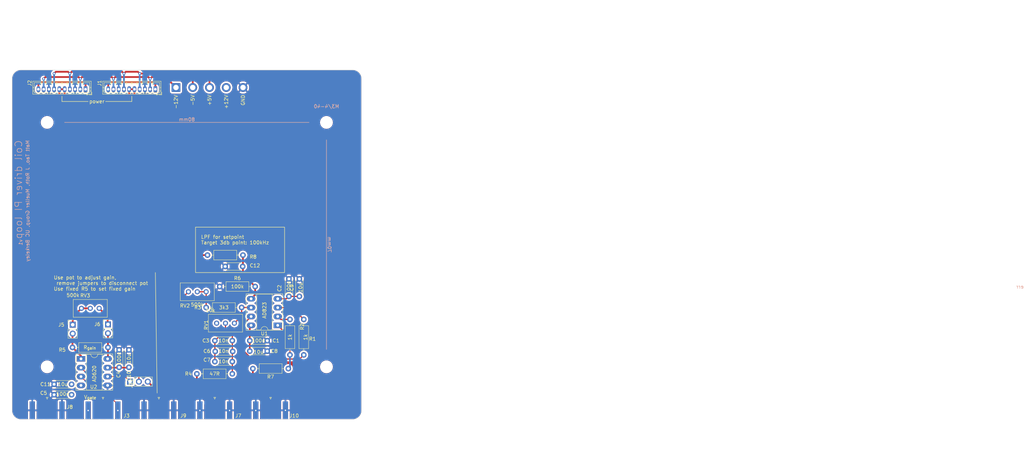
<source format=kicad_pcb>
(kicad_pcb (version 20240108) (generator "pcbnew") (generator_version "8.0")
  (layers (0 "F.Cu" signal) (1 "In1.Cu" signal) (2 "In2.Cu" signal) (31 "B.Cu" signal) (34 "B.Paste" user) (35 "F.Paste" user) (36 "B.SilkS" user "B.Silkscreen") (37 "F.SilkS" user "F.Silkscreen") (38 "B.Mask" user) (39 "F.Mask" user) (44 "Edge.Cuts" user))
  (net 0 "")
  (net 1 "GND")
  (net 2 "+5V")
  (net 3 "-5V")
  (net 4 "+12V")
  (net 5 "-12V")
  (net 6 "Net-(U1A-OUT)")
  (net 7 "Net-(C3-Pad1)")
  (net 8 "Net-(J7-In)")
  (net 9 "Net-(J10-In)")
  (net 10 "/on_board_in_loop_v")
  (net 11 "Net-(U1B--IN)")
  (net 12 "Net-(U1A--IN)")
  (net 14 "Net-(R3-Pad1)")
  (net 15 "Net-(J5-Pin_2)")
  (net 16 "Net-(J5-Pin_1)")
  (net 17 "Net-(J6-Pin_1)")
  (net 18 "Net-(J6-Pin_2)")
  (net 19 "PI input")
  (net 20 "Net-(J3-In)")
  (net 21 "Net-(J3-Ext)")
  (net 22 "Net-(U1A-+IN)")
  (net 23 "PI out")
  (net 24 "Net-(J11-Pin_3)")
  (net 25 "Net-(J8-In)")
  (net 26 "Net-(U1B-+IN)")
  (footprint "Capacitor_THT:C_Disc_D4.3mm_W1.9mm_P5.00mm" (layer "F.Cu") (at 117 142.98 180)
    (property "Reference" "C5" (at 8 0.48 360) (layer "F.SilkS"))
    (property "Value" "100n" (at 2.53 0.18 360) (layer "F.SilkS"))
    (pad "1" thru_hole circle (at 0 0 180) (size 1.6 1.6) (drill 0.8) (layers "*.Cu" "*.Mask") (net 5 "-12V"))
    (pad "2" thru_hole circle (at 5 0 180) (size 1.6 1.6) (drill 0.8) (layers "*.Cu" "*.Mask") (net 1 "GND"))
  )
  (footprint "Capacitor_THT:C_Disc_D4.3mm_W1.9mm_P5.00mm" (layer "F.Cu") (at 133.42 135.14 90)
    (property "Reference" "C10" (at -2.5 0 90) (layer "F.SilkS"))
    (property "Value" "10u" (at 2.5 0 90) (layer "F.SilkS"))
    (pad "1" thru_hole circle (at 0 0 90) (size 1.6 1.6) (drill 0.8) (layers "*.Cu" "*.Mask") (net 4 "+12V"))
    (pad "2" thru_hole circle (at 5 0 90) (size 1.6 1.6) (drill 0.8) (layers "*.Cu" "*.Mask") (net 1 "GND"))
  )
  (footprint "Connector_Coaxial:SMA_Amphenol_132289_EdgeMount" (layer "F.Cu") (at 110 147.45 -90)
    (property "Reference" "J8" (at -0.95 -6.5 0) (layer "F.SilkS"))
    (property "Value" "Alt out")
    (pad "1" smd rect (at 0 0) (size 1.5 5.08) (layers "F.Cu" "F.Paste" "F.Mask") (net 25 "Net-(J8-In)"))
    (pad "2" smd rect (at 0 -4.25) (size 1.5 5.08) (layers "F.Cu" "F.Paste" "F.Mask") (net 1 "GND"))
    (pad "2" smd rect (at 0 -4.25) (size 1.5 5.08) (layers "B.Cu" "B.Paste" "B.Mask") (net 1 "GND"))
    (pad "2" smd rect (at 0 4.25) (size 1.5 5.08) (layers "F.Cu" "F.Paste" "F.Mask") (net 1 "GND"))
    (pad "2" smd rect (at 0 4.25) (size 1.5 5.08) (layers "B.Cu" "B.Paste" "B.Mask") (net 1 "GND"))
  )
  (footprint "Potentiometer_THT:Potentiometer_Bourns_3296W_Vertical" (layer "F.Cu") (at 124.9 118.24)
    (property "Reference" "RV3" (at -4 -3.66 0) (layer "F.SilkS"))
    (property "Value" "500k" (at -7.5 -3.735 0) (layer "F.SilkS"))
    (pad "1" thru_hole circle (at 0 0) (size 1.44 1.44) (drill 0.8) (layers "*.Cu" "*.Mask") (net 17 "Net-(J6-Pin_1)"))
    (pad "2" thru_hole circle (at -2.54 0) (size 1.44 1.44) (drill 0.8) (layers "*.Cu" "*.Mask") (net 16 "Net-(J5-Pin_1)"))
    (pad "3" thru_hole circle (at -5.08 0) (size 1.44 1.44) (drill 0.8) (layers "*.Cu" "*.Mask") (net 16 "Net-(J5-Pin_1)"))
  )
  (footprint "Connector_Wire:SolderWire-0.75sqmm_1x05_P4.8mm_D1.25mm_OD2.3mm" (layer "F.Cu") (at 146.9 55)
    (property "Reference" "J4" (hide yes))
    (property "Value" "Conn_01x05")
    (pad "1" thru_hole roundrect (at 0 0) (size 2.55 2.55) (drill 1.55) (layers "*.Cu" "*.Mask") (roundrect_rratio 0.098039) (net 5 "-12V"))
    (pad "2" thru_hole circle (at 4.8 0) (size 2.55 2.55) (drill 1.55) (layers "*.Cu" "*.Mask") (net 3 "-5V"))
    (pad "3" thru_hole circle (at 9.6 0) (size 2.55 2.55) (drill 1.55) (layers "*.Cu" "*.Mask") (net 2 "+5V"))
    (pad "4" thru_hole circle (at 14.4 0) (size 2.55 2.55) (drill 1.55) (layers "*.Cu" "*.Mask") (net 4 "+12V"))
    (pad "5" thru_hole circle (at 19.2 0) (size 2.55 2.55) (drill 1.55) (layers "*.Cu" "*.Mask") (net 1 "GND"))
  )
  (footprint "Connector_JST:JST_ZH_B10B-ZR_1x10_P1.50mm_Vertical" (layer "F.Cu") (at 141 55.5 180)
    (property "Reference" "J1" (at 16 1.75 -90) (layer "F.SilkS"))
    (property "Value" "Conn_01x10_Pin")
    (pad "1" thru_hole roundrect (at 0 0 180) (size 1.03 1.73) (drill 0.73) (layers "*.Cu" "*.Mask") (roundrect_rratio 0.242718) (net 5 "-12V"))
    (pad "2" thru_hole oval (at 1.5 0 180) (size 1.03 1.73) (drill 0.73) (layers "*.Cu" "*.Mask") (net 3 "-5V"))
    (pad "3" thru_hole oval (at 3 0 180) (size 1.03 1.73) (drill 0.73) (layers "*.Cu" "*.Mask") (net 1 "GND"))
    (pad "4" thru_hole oval (at 4.5 0 180) (size 1.03 1.73) (drill 0.73) (layers "*.Cu" "*.Mask") (net 2 "+5V"))
    (pad "5" thru_hole oval (at 6 0 180) (size 1.03 1.73) (drill 0.73) (layers "*.Cu" "*.Mask") (net 4 "+12V"))
    (pad "6" thru_hole oval (at 7.5 0 180) (size 1.03 1.73) (drill 0.73) (layers "*.Cu" "*.Mask") (net 4 "+12V"))
    (pad "7" thru_hole oval (at 9 0 180) (size 1.03 1.73) (drill 0.73) (layers "*.Cu" "*.Mask") (net 2 "+5V"))
    (pad "8" thru_hole oval (at 10.5 0 180) (size 1.03 1.73) (drill 0.73) (layers "*.Cu" "*.Mask") (net 1 "GND"))
    (pad "9" thru_hole oval (at 12 0 180) (size 1.03 1.73) (drill 0.73) (layers "*.Cu" "*.Mask") (net 3 "-5V"))
    (pad "10" thru_hole oval (at 13.5 0 180) (size 1.03 1.73) (drill 0.73) (layers "*.Cu" "*.Mask") (net 5 "-12V"))
  )
  (footprint "Potentiometer_THT:Potentiometer_Bourns_3296W_Vertical" (layer "F.Cu") (at 158.54 122.5 180)
    (property "Reference" "RV1" (at 3 -0.5 90) (layer "F.SilkS"))
    (property "Value" "10k" (at 1.76 3.67 360) (layer "F.SilkS"))
    (pad "1" thru_hole circle (at 0 0 180) (size 1.44 1.44) (drill 0.8) (layers "*.Cu" "*.Mask"))
    (pad "2" thru_hole circle (at -2.54 0 180) (size 1.44 1.44) (drill 0.8) (layers "*.Cu" "*.Mask") (net 7 "Net-(C3-Pad1)"))
    (pad "3" thru_hole circle (at -5.08 0 180) (size 1.44 1.44) (drill 0.8) (layers "*.Cu" "*.Mask") (net 11 "Net-(U1B--IN)"))
  )
  (footprint "Resistor_THT:R_Axial_DIN0207_L6.3mm_D2.5mm_P10.16mm_Horizontal" (layer "F.Cu") (at 159.42 112)
    (property "Reference" "R6" (at 5.08 -2.37 360) (layer "F.SilkS"))
    (property "Value" "100k" (at 5.08 0 360) (layer "F.SilkS"))
    (pad "1" thru_hole circle (at 0 0) (size 1.6 1.6) (drill 0.8) (layers "*.Cu" "*.Mask") (net 1 "GND"))
    (pad "2" thru_hole oval (at 10.16 0) (size 1.6 1.6) (drill 0.8) (layers "*.Cu" "*.Mask") (net 26 "Net-(U1B-+IN)"))
  )
  (footprint "Capacitor_THT:C_Disc_D4.3mm_W1.9mm_P5.00mm" (layer "F.Cu") (at 182.24 114.82 90)
    (property "Reference" "C9" (at 2.5 -2.2 90) (layer "F.SilkS"))
    (property "Value" "10u" (at 2.5 0.32 90) (layer "F.SilkS"))
    (pad "1" thru_hole circle (at 0 0 90) (size 1.6 1.6) (drill 0.8) (layers "*.Cu" "*.Mask") (net 5 "-12V"))
    (pad "2" thru_hole circle (at 5 0 90) (size 1.6 1.6) (drill 0.8) (layers "*.Cu" "*.Mask") (net 1 "GND"))
  )
  (footprint "Connector_PinHeader_2.54mm:PinHeader_1x02_P2.54mm_Vertical" (layer "F.Cu") (at 117.32 122.94)
    (property "Reference" "J5" (at -3.26 0.01 0) (layer "F.SilkS"))
    (property "Value" "pot+")
    (pad "1" thru_hole rect (at 0 0) (size 1.7 1.7) (drill 1) (layers "*.Cu" "*.Mask") (net 16 "Net-(J5-Pin_1)"))
    (pad "2" thru_hole oval (at 0 2.54) (size 1.7 1.7) (drill 1) (layers "*.Cu" "*.Mask") (net 15 "Net-(J5-Pin_2)"))
  )
  (footprint "Capacitor_THT:C_Disc_D4.3mm_W1.9mm_P5.00mm" (layer "F.Cu") (at 179.24 114.82 90)
    (property "Reference" "C2" (at 2.32 -2.7 90) (layer "F.SilkS"))
    (property "Value" "100n" (at 2.5 0 90) (layer "F.SilkS"))
    (pad "1" thru_hole circle (at 0 0 90) (size 1.6 1.6) (drill 0.8) (layers "*.Cu" "*.Mask") (net 5 "-12V"))
    (pad "2" thru_hole circle (at 5 0 90) (size 1.6 1.6) (drill 0.8) (layers "*.Cu" "*.Mask") (net 1 "GND"))
  )
  (footprint "MountingHole:MountingHole_3.2mm_M3" (layer "F.Cu") (at 190 135)
    (property "Reference" "H4" (hide yes))
    (property "Value" "MountingHole")
    (pad "" np_thru_hole circle (at 0 0) (size 3.2 3.2) (drill 3.2) (layers "*.Cu" "*.Mask"))
  )
  (footprint "MountingHole:MountingHole_3.2mm_M3" (layer "F.Cu") (at 110 65)
    (property "Reference" "H5" (hide yes))
    (property "Value" "MountingHole")
    (pad "" np_thru_hole circle (at 0 0) (size 3.2 3.2) (drill 3.2) (layers "*.Cu" "*.Mask"))
  )
  (footprint "Capacitor_THT:C_Disc_D4.3mm_W1.9mm_P5.00mm" (layer "F.Cu") (at 168.04 130.5)
    (property "Reference" "C8" (at 7 0 360) (layer "F.SilkS"))
    (property "Value" "10u" (at 2.5 0.27 360) (layer "F.SilkS"))
    (pad "1" thru_hole circle (at 0 0) (size 1.6 1.6) (drill 0.8) (layers "*.Cu" "*.Mask") (net 4 "+12V"))
    (pad "2" thru_hole circle (at 5 0) (size 1.6 1.6) (drill 0.8) (layers "*.Cu" "*.Mask") (net 1 "GND"))
  )
  (footprint "Package_DIP:DIP-8_W7.62mm_Socket_LongPads" (layer "F.Cu") (at 119.7 132.7)
    (property "Reference" "U2" (at 3.62 8.04 0) (layer "F.SilkS"))
    (property "Value" "AD620" (at 3.81 4.27 90) (layer "F.SilkS"))
    (pad "1" thru_hole rect (at 0 0) (size 2.4 1.6) (drill 0.8) (layers "*.Cu" "*.Mask") (net 15 "Net-(J5-Pin_2)"))
    (pad "2" thru_hole oval (at 0 2.54) (size 2.4 1.6) (drill 0.8) (layers "*.Cu" "*.Mask") (net 21 "Net-(J3-Ext)"))
    (pad "3" thru_hole oval (at 0 5.08) (size 2.4 1.6) (drill 0.8) (layers "*.Cu" "*.Mask") (net 20 "Net-(J3-In)"))
    (pad "4" thru_hole oval (at 0 7.62) (size 2.4 1.6) (drill 0.8) (layers "*.Cu" "*.Mask") (net 5 "-12V"))
    (pad "5" thru_hole oval (at 7.62 7.62) (size 2.4 1.6) (drill 0.8) (layers "*.Cu" "*.Mask") (net 1 "GND"))
    (pad "6" thru_hole oval (at 7.62 5.08) (size 2.4 1.6) (drill 0.8) (layers "*.Cu" "*.Mask") (net 10 "/on_board_in_loop_v"))
    (pad "7" thru_hole oval (at 7.62 2.54) (size 2.4 1.6) (drill 0.8) (layers "*.Cu" "*.Mask") (net 4 "+12V"))
    (pad "8" thru_hole oval (at 7.62 0) (size 2.4 1.6) (drill 0.8) (layers "*.Cu" "*.Mask") (net 18 "Net-(J6-Pin_2)"))
  )
  (footprint "MountingHole:MountingHole_3.2mm_M3" (layer "F.Cu") (at 190 65)
    (property "Reference" "H6" (hide yes))
    (property "Value" "MountingHole")
    (pad "" np_thru_hole circle (at 0 0) (size 3.2 3.2) (drill 3.2) (layers "*.Cu" "*.Mask"))
  )
  (footprint "Resistor_THT:R_Axial_DIN0207_L6.3mm_D2.5mm_P10.16mm_Horizontal" (layer "F.Cu") (at 183.5 131.58 90)
    (property "Reference" "R1" (at 4.58 2.5 360) (layer "F.SilkS"))
    (property "Value" "1k" (at 5.08 0.5 90) (layer "F.SilkS"))
    (pad "1" thru_hole circle (at 0 0 90) (size 1.6 1.6) (drill 0.8) (layers "*.Cu" "*.Mask") (net 23 "PI out"))
    (pad "2" thru_hole oval (at 10.16 0 90) (size 1.6 1.6) (drill 0.8) (layers "*.Cu" "*.Mask") (net 22 "Net-(U1A-+IN)"))
  )
  (footprint "Resistor_THT:R_Axial_DIN0207_L6.3mm_D2.5mm_P10.16mm_Horizontal" (layer "F.Cu") (at 155.54 118)
    (property "Reference" "R3" (at -2.42 0 360) (layer "F.SilkS"))
    (property "Value" "3k3" (at 5.08 0 360) (layer "F.SilkS"))
    (pad "1" thru_hole circle (at 0 0) (size 1.6 1.6) (drill 0.8) (layers "*.Cu" "*.Mask") (net 14 "Net-(R3-Pad1)"))
    (pad "2" thru_hole oval (at 10.16 0) (size 1.6 1.6) (drill 0.8) (layers "*.Cu" "*.Mask") (net 11 "Net-(U1B--IN)"))
  )
  (footprint "MountingHole:MountingHole_3.2mm_M3" (layer "F.Cu") (at 110 135)
    (property "Reference" "H3" (hide yes))
    (property "Value" "MountingHole")
    (pad "" np_thru_hole circle (at 0 0) (size 3.2 3.2) (drill 3.2) (layers "*.Cu" "*.Mask"))
  )
  (footprint "Package_DIP:DIP-8_W7.62mm_Socket_LongPads" (layer "F.Cu") (at 176.04 123.12 180)
    (property "Reference" "U1" (at 3.81 -2.33 360) (layer "F.SilkS"))
    (property "Value" "AD823" (at 3.8 4.3 90) (layer "F.SilkS"))
    (pad "1" thru_hole rect (at 0 0 180) (size 2.4 1.6) (drill 0.8) (layers "*.Cu" "*.Mask") (net 6 "Net-(U1A-OUT)"))
    (pad "2" thru_hole oval (at 0 2.54 180) (size 2.4 1.6) (drill 0.8) (layers "*.Cu" "*.Mask") (net 12 "Net-(U1A--IN)"))
    (pad "3" thru_hole oval (at 0 5.08 180) (size 2.4 1.6) (drill 0.8) (layers "*.Cu" "*.Mask") (net 22 "Net-(U1A-+IN)"))
    (pad "4" thru_hole oval (at 0 7.62 180) (size 2.4 1.6) (drill 0.8) (layers "*.Cu" "*.Mask") (net 5 "-12V"))
    (pad "5" thru_hole oval (at 7.62 7.62 180) (size 2.4 1.6) (drill 0.8) (layers "*.Cu" "*.Mask") (net 26 "Net-(U1B-+IN)"))
    (pad "6" thru_hole oval (at 7.62 5.08 180) (size 2.4 1.6) (drill 0.8) (layers "*.Cu" "*.Mask") (net 11 "Net-(U1B--IN)"))
    (pad "7" thru_hole oval (at 7.62 2.54 180) (size 2.4 1.6) (drill 0.8) (layers "*.Cu" "*.Mask") (net 23 "PI out"))
    (pad "8" thru_hole oval (at 7.62 0 180) (size 2.4 1.6) (drill 0.8) (layers "*.Cu" "*.Mask") (net 4 "+12V"))
  )
  (footprint "Capacitor_THT:C_Disc_D4.3mm_W1.9mm_P5.00mm" (layer "F.Cu") (at 130.62 130.14 -90)
    (property "Reference" "C4" (at 7.03 0.18 90) (layer "F.SilkS"))
    (property "Value" "100n" (at 2.5 0 90) (layer "F.SilkS"))
    (pad "1" thru_hole circle (at 0 0 270) (size 1.6 1.6) (drill 0.8) (layers "*.Cu" "*.Mask") (net 1 "GND"))
    (pad "2" thru_hole circle (at 5 0 270) (size 1.6 1.6) (drill 0.8) (layers "*.Cu" "*.Mask") (net 4 "+12V"))
  )
  (footprint "Resistor_THT:R_Axial_DIN0207_L6.3mm_D2.5mm_P10.16mm_Horizontal" (layer "F.Cu") (at 163.04 137 180)
    (property "Reference" "R4" (at 12.58 0 360) (layer "F.SilkS"))
    (property "Value" "47R" (at 5.08 0 360) (layer "F.SilkS"))
    (pad "1" thru_hole circle (at 0 0 180) (size 1.6 1.6) (drill 0.8) (layers "*.Cu" "*.Mask") (net 23 "PI out"))
    (pad "2" thru_hole oval (at 10.16 0 180) (size 1.6 1.6) (drill 0.8) (layers "*.Cu" "*.Mask") (net 8 "Net-(J7-In)"))
  )
  (footprint "Capacitor_THT:C_Disc_D4.3mm_W1.9mm_P5.00mm" (layer "F.Cu") (at 168.04 127.5)
    (property "Reference" "C1" (at 7.5 0 360) (layer "F.SilkS"))
    (property "Value" "100n" (at 2.5 0 360) (layer "F.SilkS"))
    (pad "1" thru_hole circle (at 0 0) (size 1.6 1.6) (drill 0.8) (layers "*.Cu" "*.Mask") (net 4 "+12V"))
    (pad "2" thru_hole circle (at 5 0) (size 1.6 1.6) (drill 0.8) (layers "*.Cu" "*.Mask") (net 1 "GND"))
  )
  (footprint "Capacitor_THT:C_Disc_D4.3mm_W1.9mm_P5.00mm" (layer "F.Cu") (at 158.04 127.5)
    (property "Reference" "C3" (at -2.6 0 360) (layer "F.SilkS"))
    (property "Value" "10n" (at 2.5 0 360) (layer "F.SilkS"))
    (pad "1" thru_hole circle (at 0 0) (size 1.6 1.6) (drill 0.8) (layers "*.Cu" "*.Mask") (net 7 "Net-(C3-Pad1)"))
    (pad "2" thru_hole circle (at 5 0) (size 1.6 1.6) (drill 0.8) (layers "*.Cu" "*.Mask") (net 23 "PI out"))
  )
  (footprint "Resistor_THT:R_Axial_DIN0207_L6.3mm_D2.5mm_P10.16mm_Horizontal" (layer "F.Cu") (at 117.26 129.44)
    (property "Reference" "R5" (at -2.94 0.7 180) (layer "F.SilkS"))
    (property "Value" "R_{gain}" (at 4.96 0 0) (layer "F.SilkS"))
    (pad "1" thru_hole circle (at 0 0) (size 1.6 1.6) (drill 0.8) (layers "*.Cu" "*.Mask") (net 15 "Net-(J5-Pin_2)"))
    (pad "2" thru_hole oval (at 10.16 0) (size 1.6 1.6) (drill 0.8) (layers "*.Cu" "*.Mask") (net 18 "Net-(J6-Pin_2)"))
  )
  (footprint "Resistor_THT:R_Axial_DIN0207_L6.3mm_D2.5mm_P10.16mm_Horizontal" (layer "F.Cu") (at 166.08 103 180)
    (property "Reference" "R8" (at -2.92 -0.5 360) (layer "F.SilkS"))
    (property "Value" "2.2k")
    (pad "1" thru_hole circle (at 0 0 180) (size 1.6 1.6) (drill 0.8) (layers "*.Cu" "*.Mask") (net 26 "Net-(U1B-+IN)"))
    (pad "2" thru_hole oval (at 10.16 0 180) (size 1.6 1.6) (drill 0.8) (layers "*.Cu" "*.Mask") (net 25 "Net-(J8-In)"))
  )
  (footprint "Connector_Coaxial:SMA_Amphenol_132289_EdgeMount" (layer "F.Cu") (at 158 147.45 -90)
    (property "Reference" "J7" (at 1.55 -6.75 0) (layer "F.SilkS"))
    (property "Value" "Setpoint")
    (pad "1" smd rect (at 0 0) (size 1.5 5.08) (layers "F.Cu" "F.Paste" "F.Mask") (net 8 "Net-(J7-In)"))
    (pad "2" smd rect (at 0 -4.25) (size 1.5 5.08) (layers "F.Cu" "F.Paste" "F.Mask") (net 1 "GND"))
    (pad "2" smd rect (at 0 -4.25) (size 1.5 5.08) (layers "B.Cu" "B.Paste" "B.Mask") (net 1 "GND"))
    (pad "2" smd rect (at 0 4.25) (size 1.5 5.08) (layers "F.Cu" "F.Paste" "F.Mask") (net 1 "GND"))
    (pad "2" smd rect (at 0 4.25) (size 1.5 5.08) (layers "B.Cu" "B.Paste" "B.Mask") (net 1 "GND"))
  )
  (footprint "Connector_PinHeader_2.54mm:PinHeader_1x02_P2.54mm_Vertical" (layer "F.Cu") (at 127.42 122.84)
    (property "Reference" "J6" (at -3.04 -0.035 360) (layer "F.SilkS"))
    (property "Value" "pot-")
    (pad "1" thru_hole rect (at 0 0) (size 1.7 1.7) (drill 1) (layers "*.Cu" "*.Mask") (net 17 "Net-(J6-Pin_1)"))
    (pad "2" thru_hole oval (at 0 2.54) (size 1.7 1.7) (drill 1) (layers "*.Cu" "*.Mask") (net 18 "Net-(J6-Pin_2)"))
  )
  (footprint "Capacitor_THT:C_Disc_D4.3mm_W1.9mm_P5.00mm" (layer "F.Cu") (at 158.14 130.58)
    (property "Reference" "C6" (at -2.4 -0.08 360) (layer "F.SilkS"))
    (property "Value" "10n" (at 2.4 -0.08 360) (layer "F.SilkS"))
    (pad "1" thru_hole circle (at 0 0) (size 1.6 1.6) (drill 0.8) (layers "*.Cu" "*.Mask") (net 7 "Net-(C3-Pad1)"))
    (pad "2" thru_hole circle (at 5 0) (size 1.6 1.6) (drill 0.8) (layers "*.Cu" "*.Mask") (net 23 "PI out"))
  )
  (footprint "Capacitor_THT:C_Disc_D4.3mm_W1.9mm_P5.00mm" (layer "F.Cu") (at 166 106.25 180)
    (property "Reference" "C12" (at -3.5 0.25 360) (layer "F.SilkS"))
    (property "Value" "1n")
    (pad "1" thru_hole circle (at 0 0 180) (size 1.6 1.6) (drill 0.8) (layers "*.Cu" "*.Mask") (net 26 "Net-(U1B-+IN)"))
    (pad "2" thru_hole circle (at 5 0 180) (size 1.6 1.6) (drill 0.8) (layers "*.Cu" "*.Mask") (net 1 "GND"))
  )
  (footprint "Capacitor_THT:C_Disc_D4.3mm_W1.9mm_P5.00mm" (layer "F.Cu") (at 158.04 133.5)
    (property "Reference" "C7" (at -2.3 -0.5 360) (layer "F.SilkS"))
    (property "Value" "10n" (at 2.5 -0.03 360) (layer "F.SilkS"))
    (pad "1" thru_hole circle (at 0 0) (size 1.6 1.6) (drill 0.8) (layers "*.Cu" "*.Mask") (net 7 "Net-(C3-Pad1)"))
    (pad "2" thru_hole circle (at 5 0) (size 1.6 1.6) (drill 0.8) (layers "*.Cu" "*.Mask") (net 23 "PI out"))
  )
  (footprint "Capacitor_THT:C_Disc_D4.3mm_W1.9mm_P5.00mm" (layer "F.Cu") (at 117 140 180)
    (property "Reference" "C11" (at 7.5 0 360) (layer "F.SilkS"))
    (property "Value" "10u" (at 2.5 0 360) (layer "F.SilkS"))
    (pad "1" thru_hole circle (at 0 0 180) (size 1.6 1.6) (drill 0.8) (layers "*.Cu" "*.Mask") (net 5 "-12V"))
    (pad "2" thru_hole circle (at 5 0 180) (size 1.6 1.6) (drill 0.8) (layers "*.Cu" "*.Mask") (net 1 "GND"))
  )
  (footprint "Connector_JST:JST_ZH_B10B-ZR_1x10_P1.50mm_Vertical" (layer "F.Cu") (at 121 55.5 180)
    (property "Reference" "J2" (at 16 1.75 -90) (layer "F.SilkS"))
    (property "Value" "Conn_01x10_Pin")
    (pad "1" thru_hole roundrect (at 0 0 180) (size 1.03 1.73) (drill 0.73) (layers "*.Cu" "*.Mask") (roundrect_rratio 0.242718) (net 5 "-12V"))
    (pad "2" thru_hole oval (at 1.5 0 180) (size 1.03 1.73) (drill 0.73) (layers "*.Cu" "*.Mask") (net 3 "-5V"))
    (pad "3" thru_hole oval (at 3 0 180) (size 1.03 1.73) (drill 0.73) (layers "*.Cu" "*.Mask") (net 1 "GND"))
    (pad "4" thru_hole oval (at 4.5 0 180) (size 1.03 1.73) (drill 0.73) (layers "*.Cu" "*.Mask") (net 2 "+5V"))
    (pad "5" thru_hole oval (at 6 0 180) (size 1.03 1.73) (drill 0.73) (layers "*.Cu" "*.Mask") (net 4 "+12V"))
    (pad "6" thru_hole oval (at 7.5 0 180) (size 1.03 1.73) (drill 0.73) (layers "*.Cu" "*.Mask") (net 4 "+12V"))
    (pad "7" thru_hole oval (at 9 0 180) (size 1.03 1.73) (drill 0.73) (layers "*.Cu" "*.Mask") (net 2 "+5V"))
    (pad "8" thru_hole oval (at 10.5 0 180) (size 1.03 1.73) (drill 0.73) (layers "*.Cu" "*.Mask") (net 1 "GND"))
    (pad "9" thru_hole oval (at 12 0 180) (size 1.03 1.73) (drill 0.73) (layers "*.Cu" "*.Mask") (net 3 "-5V"))
    (pad "10" thru_hole oval (at 13.5 0 180) (size 1.03 1.73) (drill 0.73) (layers "*.Cu" "*.Mask") (net 5 "-12V"))
  )
  (footprint "Connector_Coaxial:SMA_Amphenol_132289_EdgeMount" (layer "F.Cu") (at 126 147.45 -90)
    (property "Reference" "J3" (at 1.55 -6.75 0) (layer "F.SilkS"))
    (property "Value" "V-sense")
    (pad "1" smd rect (at 0 0) (size 1.5 5.08) (layers "F.Cu" "F.Paste" "F.Mask") (net 20 "Net-(J3-In)"))
    (pad "2" smd rect (at 0 -4.25) (size 1.5 5.08) (layers "F.Cu" "F.Paste" "F.Mask") (net 21 "Net-(J3-Ext)"))
    (pad "2" smd rect (at 0 -4.25) (size 1.5 5.08) (layers "B.Cu" "B.Paste" "B.Mask") (net 21 "Net-(J3-Ext)"))
    (pad "2" smd rect (at 0 4.25) (size 1.5 5.08) (layers "F.Cu" "F.Paste" "F.Mask") (net 21 "Net-(J3-Ext)"))
    (pad "2" smd rect (at 0 4.25) (size 1.5 5.08) (layers "B.Cu" "B.Paste" "B.Mask") (net 21 "Net-(J3-Ext)"))
  )
  (footprint "Connector_Coaxial:SMA_Amphenol_132289_EdgeMount" (layer "F.Cu") (at 142 147.45 -90)
    (property "Reference" "J9" (at 1.55 -7 0) (layer "F.SilkS"))
    (property "Value" "Alt input")
    (pad "1" smd rect (at 0 0) (size 1.5 5.08) (layers "F.Cu" "F.Paste" "F.Mask") (net 24 "Net-(J11-Pin_3)"))
    (pad "2" smd rect (at 0 -4.25) (size 1.5 5.08) (layers "F.Cu" "F.Paste" "F.Mask") (net 1 "GND"))
    (pad "2" smd rect (at 0 -4.25) (size 1.5 5.08) (layers "B.Cu" "B.Paste" "B.Mask") (net 1 "GND"))
    (pad "2" smd rect (at 0 4.25) (size 1.5 5.08) (layers "F.Cu" "F.Paste" "F.Mask") (net 1 "GND"))
    (pad "2" smd rect (at 0 4.25) (size 1.5 5.08) (layers "B.Cu" "B.Paste" "B.Mask") (net 1 "GND"))
  )
  (footprint "Connector_PinHeader_2.54mm:PinHeader_1x03_P2.54mm_Vertical" (layer "F.Cu") (at 133.74 139.24 90)
    (property "Reference" "J11" (at -0.5 0.17 90) (layer "F.SilkS"))
    (property "Value" "PI input select")
    (pad "1" thru_hole rect (at 0 0 90) (size 1.7 1.7) (drill 1) (layers "*.Cu" "*.Mask") (net 10 "/on_board_in_loop_v"))
    (pad "2" thru_hole oval (at 0 2.54 90) (size 1.7 1.7) (drill 1) (layers "*.Cu" "*.Mask") (net 19 "PI input"))
    (pad "3" thru_hole oval (at 0 5.08 90) (size 1.7 1.7) (drill 1) (layers "*.Cu" "*.Mask") (net 24 "Net-(J11-Pin_3)"))
  )
  (footprint "Connector_Coaxial:SMA_Amphenol_132289_EdgeMount" (layer "F.Cu") (at 174 147.45 -90)
    (property "Reference" "J10" (at 1.55 -6.75 0) (layer "F.SilkS"))
    (property "Value" "Vout")
    (pad "1" smd rect (at 0 0) (size 1.5 5.08) (layers "F.Cu" "F.Paste" "F.Mask") (net 9 "Net-(J10-In)"))
    (pad "2" smd rect (at 0 -4.25) (size 1.5 5.08) (layers "F.Cu" "F.Paste" "F.Mask") (net 1 "GND"))
    (pad "2" smd rect (at 0 -4.25) (size 1.5 5.08) (layers "B.Cu" "B.Paste" "B.Mask") (net 1 "GND"))
    (pad "2" smd rect (at 0 4.25) (size 1.5 5.08) (layers "F.Cu" "F.Paste" "F.Mask") (net 1 "GND"))
    (pad "2" smd rect (at 0 4.25) (size 1.5 5.08) (layers "B.Cu" "B.Paste" "B.Mask") (net 1 "GND"))
  )
  (footprint "Resistor_THT:R_Axial_DIN0207_L6.3mm_D2.5mm_P10.16mm_Horizontal" (layer "F.Cu") (at 179.54 131.58 90)
    (property "Reference" "R2" (at 8.08 3.5 90) (layer "F.SilkS"))
    (property "Value" "1k" (at 5.08 0 90) (layer "F.SilkS"))
    (pad "1" thru_hole circle (at 0 0 90) (size 1.6 1.6) (drill 0.8) (layers "*.Cu" "*.Mask") (net 6 "Net-(U1A-OUT)"))
    (pad "2" thru_hole oval (at 10.16 0 90) (size 1.6 1.6) (drill 0.8) (layers "*.Cu" "*.Mask") (net 12 "Net-(U1A--IN)"))
  )
  (footprint "Resistor_THT:R_Axial_DIN0207_L6.3mm_D2.5mm_P10.16mm_Horizontal" (layer "F.Cu") (at 179.08 135.5 180)
    (property "Reference" "R7" (at 5.08 -2.37 360) (layer "F.SilkS"))
    (property "Value" "47R")
    (pad "1" thru_hole circle (at 0 0 180) (size 1.6 1.6) (drill 0.8) (layers "*.Cu" "*.Mask") (net 6 "Net-(U1A-OUT)"))
    (pad "2" thru_hole oval (at 10.16 0 180) (size 1.6 1.6) (drill 0.8) (layers "*.Cu" "*.Mask") (net 9 "Net-(J10-In)"))
  )
  (footprint "Potentiometer_THT:Potentiometer_Bourns_3296W_Vertical" (layer "F.Cu") (at 155.54 113.5)
    (property "Reference" "RV2" (at -6.08 4 360) (layer "F.SilkS"))
    (property "Value" "500k" (at -2.54 3.67 360) (layer "F.SilkS"))
    (pad "1" thru_hole circle (at 0 0) (size 1.44 1.44) (drill 0.8) (layers "*.Cu" "*.Mask") (net 14 "Net-(R3-Pad1)"))
    (pad "2" thru_hole circle (at -2.54 0) (size 1.44 1.44) (drill 0.8) (layers "*.Cu" "*.Mask") (net 14 "Net-(R3-Pad1)"))
    (pad "3" thru_hole circle (at -5.08 0) (size 1.44 1.44) (drill 0.8) (layers "*.Cu" "*.Mask") (net 19 "PI input"))
  )
  (gr_line (start 190 70) (end 190 130) (stroke (width 0.15)) (layer "B.SilkS"))
  (gr_line (start 115 65) (end 185 65) (stroke (width 0.15)) (layer "B.SilkS"))
  (gr_rect (start 152.5 95) (end 178 108) (stroke (width 0.15)) (fill none) (layer "F.SilkS"))
  (gr_line (start 134.25 59) (end 134.25 57.5) (stroke (width 0.15)) (layer "F.SilkS"))
  (gr_line (start 126.75 59) (end 134.25 59) (stroke (width 0.15)) (layer "F.SilkS"))
  (gr_line (start 114.25 59) (end 114.25 57.5) (stroke (width 0.15)) (layer "F.SilkS"))
  (gr_line (start 141 108) (end 141.5 142.5) (stroke (width 0.15)) (layer "F.SilkS"))
  (gr_line (start 121.75 59) (end 114.25 59) (stroke (width 0.15)) (layer "F.SilkS"))
  (gr_line (start 102.5 150) (end 197.5 150) (stroke (width 0.1)) (layer "Edge.Cuts"))
  (gr_arc (start 100 52.5) (mid 100.732233 50.732233) (end 102.5 50) (stroke (width 0.1)) (layer "Edge.Cuts"))
  (gr_arc (start 197.5 50) (mid 199.267767 50.732233) (end 200 52.5) (stroke (width 0.1)) (layer "Edge.Cuts"))
  (gr_arc (start 102.5 150) (mid 100.732233 149.267767) (end 100 147.5) (stroke (width 0.1)) (layer "Edge.Cuts"))
  (gr_line (start 197.5 50) (end 102.5 50) (stroke (width 0.1)) (layer "Edge.Cuts"))
  (gr_line (start 200 52.5) (end 200 147.5) (stroke (width 0.1)) (layer "Edge.Cuts"))
  (gr_line (start 100 52.5) (end 100 147.5) (stroke (width 0.1)) (layer "Edge.Cuts"))
  (gr_arc (start 200 147.5) (mid 199.267767 149.267767) (end 197.5 150) (stroke (width 0.1)) (layer "Edge.Cuts"))
  (gr_text "err" (at 388.62 112.075 0) (layer "B.SilkS") (effects (font (size 1 1)) (justify mirror)))
  (gr_text "v1" (at 103 98.4 90) (layer "B.SilkS") (effects (font (size 1 1)) (justify left bottom mirror)))
  (gr_text "Coil driver PI loop" (at 103 70 90) (layer "B.SilkS") (effects (font (size 2 2)) (justify left bottom mirror)))
  (gr_text "Matt Tao, J Roth, Mueller Group, UC Berkeley" (at 105 70 90) (layer "B.SilkS") (effects (font (size 1 1)) (justify left bottom mirror)))
  (gr_text "M3/4-40" (at 190 61 0) (layer "B.SilkS") (effects (font (size 1 1)) (justify bottom mirror)))
  (gr_text "70mm" (at 190.25 100 270) (layer "B.SilkS") (effects (font (size 1 1)) (justify bottom mirror)))
  (gr_text "80mm" (at 150 64.75 0) (layer "B.SilkS") (effects (font (size 1 1)) (justify bottom mirror)))
  (gr_text "power" (at 124.25 59 0) (layer "F.SilkS") (effects (font (size 1 1))))
  (gr_text "-5V" (at 151.7 57 90) (layer "F.SilkS") (effects (font (size 1 1)) (justify right)))
  (gr_text "-12V" (at 146.9 57 90) (layer "F.SilkS") (effects (font (size 1 1)) (justify right)))
  (gr_text "+5V" (at 156.5 57 90) (layer "F.SilkS") (effects (font (size 1 1)) (justify right)))
  (gr_text "LPF for setpoint\nTarget 3db point: 100kHz\n" (at 154 100 0) (layer "F.SilkS") (effects (font (size 1 1)) (justify left bottom)))
  (gr_text "+12V" (at 161.3 57 90) (layer "F.SilkS") (effects (font (size 1 1)) (justify right)))
  (gr_text "V_{gate}" (at 120.5 144.25 0) (layer "F.SilkS") (effects (font (size 1 1)) (justify left bottom)))
  (gr_text "GND" (at 166.1 57 90) (layer "F.SilkS") (effects (font (size 1 1)) (justify right)))
  (gr_text "Use pot to adjust gain,\n remove jumpers to disconnect pot \nUse fixed R5 to set fixed gain" (at 111.82 113.24 0) (layer "F.SilkS") (effects (font (size 1 1)) (justify left bottom)))
  (via (at 169.75 147.5) (size 0.8) (drill 0.4) (layers "F.Cu" "B.Cu") (net 1))
  (via (at 178.25 147.45) (size 0.8) (drill 0.4) (layers "F.Cu" "B.Cu") (net 1))
  (via (at 162.25 147.5) (size 0.8) (drill 0.4) (layers "F.Cu" "B.Cu") (net 1))
  (via (at 153.75 147.5) (size 0.8) (drill 0.4) (layers "F.Cu" "B.Cu") (net 1))
  (segment (start 156.5 55) (end 156.5 52) (width 0.5) (layer "F.Cu") (net 2))
  (segment (start 131.5 50.5) (end 131 50.5) (width 0.5) (layer "F.Cu") (net 2))
  (segment (start 117 50.5) (end 116.5 51) (width 0.5) (layer "F.Cu") (net 2))
  (segment (start 132.5 50.5) (end 132 51) (width 0.5) (layer "F.Cu") (net 2))
  (segment (start 156.5 52) (end 155.5 51) (width 0.5) (layer "F.Cu") (net 2))
  (segment (start 155.5 51) (end 136.5 51) (width 0.5) (layer "F.Cu") (net 2))
  (segment (start 136.5 51) (end 136 50.5) (width 0.5) (layer "F.Cu") (net 2))
  (segment (start 131 50.5) (end 117 50.5) (width 0.5) (layer "F.Cu") (net 2))
  (segment (start 112.5 50.5) (end 112 51) (width 0.5) (layer "F.Cu") (net 2))
  (segment (start 116 50.5) (end 112.5 50.5) (width 0.5) (layer "F.Cu") (net 2))
  (segment (start 116.5 51) (end 116 50.5) (width 0.5) (layer "F.Cu") (net 2))
  (segment (start 132 51) (end 131.5 50.5) (width 0.5) (layer "F.Cu") (net 2))
  (segment (start 136 50.5) (end 132.5 50.5) (width 0.5) (layer "F.Cu") (net 2))
  (via (at 136.5 51) (size 0.8) (drill 0.4) (layers "F.Cu" "B.Cu") (net 2))
  (via (at 112 51) (size 0.8) (drill 0.4) (layers "F.Cu" "B.Cu") (net 2))
  (via (at 116.5 51) (size 0.8) (drill 0.4) (layers "F.Cu" "B.Cu") (net 2))
  (via (at 132 51) (size 0.8) (drill 0.4) (layers "F.Cu" "B.Cu") (net 2))
  (segment (start 116.5 51) (end 116.5 55.5) (width 0.5) (layer "B.Cu") (net 2))
  (segment (start 136.5 51) (end 136.5 55.5) (width 0.5) (layer "B.Cu") (net 2))
  (segment (start 112 51) (end 112 55.5) (width 0.5) (layer "B.Cu") (net 2))
  (segment (start 132 51) (end 132 55.5) (width 0.5) (layer "B.Cu") (net 2))
  (segment (start 151 52) (end 140 52) (width 0.5) (layer "F.Cu") (net 3))
  (segment (start 120 52) (end 119.5 52.5) (width 0.5) (layer "F.Cu") (net 3))
  (segment (start 151.7 52.7) (end 151.7 55) (width 0.5) (layer "F.Cu") (net 3))
  (segment (start 128.5 52) (end 120 52) (width 0.5) (layer "F.Cu") (net 3))
  (segment (start 140 52) (end 139.5 52.5) (width 0.5) (layer "F.Cu") (net 3))
  (segment (start 119.5 52.5) (end 119 52) (width 0.5) (layer "F.Cu") (net 3))
  (segment (start 129 52.5) (end 128.5 52) (width 0.5) (layer "F.Cu") (net 3))
  (segment (start 109.5 52) (end 109 52.5) (width 0.5) (layer "F.Cu") (net 3))
  (segment (start 151.7 52.7) (end 151 52) (width 0.5) (layer "F.Cu") (net 3))
  (segment (start 119 52) (end 109.5 52) (width 0.5) (layer "F.Cu") (net 3))
  (segment (start 129.5 52) (end 129 52.5) (width 0.5) (layer "F.Cu") (net 3))
  (segment (start 139.5 52.5) (end 139 52) (width 0.5) (layer "F.Cu") (net 3))
  (segment (start 139 52) (end 129.5 52) (width 0.5) (layer "F.Cu") (net 3))
  (via (at 129 52.5) (size 0.8) (drill 0.4) (layers "F.Cu" "B.Cu") (net 3))
  (via (at 109 52.5) (size 0.8) (drill 0.4) (layers "F.Cu" "B.Cu") (net 3))
  (via (at 119.5 52.5) (size 0.8) (drill 0.4) (layers "F.Cu" "B.Cu") (net 3))
  (via (at 139.5 52.5) (size 0.8) (drill 0.4) (layers "F.Cu" "B.Cu") (net 3))
  (segment (start 129 52.5) (end 129 55.5) (width 0.5) (layer "B.Cu") (net 3))
  (segment (start 139.5 52.5) (end 139.5 55.5) (width 0.5) (layer "B.Cu") (net 3))
  (segment (start 119.5 52.5) (end 119.5 55.5) (width 0.5) (layer "B.Cu") (net 3))
  (segment (start 109 52.5) (end 109 55.5) (width 0.5) (layer "B.Cu") (net 3))
  (segment (start 168.04 130.5) (end 168.04 123.5) (width 0.5) (layer "F.Cu") (net 4))
  (segment (start 127.58 135.5) (end 127.32 135.24) (width 0.25) (layer "F.Cu") (net 4))
  (segment (start 127.32 135.24) (end 133.32 135.24) (width 0.5) (layer "F.Cu") (net 4))
  (segment (start 133.32 135.24) (end 133.42 135.14) (width 0.5) (layer "F.Cu") (net 4))
  (segment (start 168.04 123.5) (end 168.42 123.12) (width 0.5) (layer "F.Cu") (net 4))
  (segment (start 127.5 54) (end 127.5 55.5) (width 0.5) (layer "F.Cu") (net 5))
  (segment (start 140.5 53.5) (end 141 54) (width 0.5) (layer "F.Cu") (net 5))
  (segment (start 141 54) (end 141 55.5) (width 0.5) (layer "F.Cu") (net 5))
  (segment (start 179.24 114.82) (end 182.24 114.82) (width 0.35) (layer "F.Cu") (net 5))
  (segment (start 121 54) (end 121 55.5) (width 0.5) (layer "F.Cu") (net 5))
  (segment (start 107.5 54) (end 107.5 55.5) (width 0.5) (layer "F.Cu") (net 5))
  (segment (start 178.56 115.5) (end 179.24 114.82) (width 0.35) (layer "F.Cu") (net 5))
  (segment (start 127 53.5) (end 127.5 54) (width 0.5) (layer "F.Cu") (net 5))
  (segment (start 120.5 53.5) (end 121 54) (width 0.5) (layer "F.Cu") (net 5))
  (segment (start 108 53.5) (end 120.5 53.5) (width 0.5) (layer "F.Cu") (net 5))
  (segment (start 128 53.5) (end 140.5 53.5) (width 0.5) (layer "F.Cu") (net 5))
  (segment (start 121.5 53.5) (end 127 53.5) (width 0.5) (layer "F.Cu") (net 5))
  (segment (start 121 54) (end 121.5 53.5) (width 0.5) (layer "F.Cu") (net 5))
  (segment (start 141 54) (end 141.5 53.5) (width 0.5) (layer "F.Cu") (net 5))
  (segment (start 176.04 115.5) (end 178.56 115.5) (width 0.35) (layer "F.Cu") (net 5))
  (segment (start 107.5 54) (end 108 53.5) (width 0.5) (layer "F.Cu") (net 5))
  (segment (start 145.4 53.5) (end 146.9 55) (width 0.5) (layer "F.Cu") (net 5))
  (segment (start 141.5 53.5) (end 145.4 53.5) (width 0.5) (layer "F.Cu") (net 5))
  (segment (start 127.5 54) (end 128 53.5) (width 0.5) (layer "F.Cu") (net 5))
  (segment (start 179.54 126.62) (end 176.04 123.12) (width 0.35) (layer "F.Cu") (net 6))
  (segment (start 179.54 131.58) (end 179.54 126.62) (width 0.35) (layer "F.Cu") (net 6))
  (segment (start 179.54 131.58) (end 179.54 135.04) (width 0.5) (layer "B.Cu") (net 6))
  (segment (start 179.54 135.04) (end 179.08 135.5) (width 0.5) (layer "B.Cu") (net 6))
  (segment (start 161.08 122.5) (end 161.08 124.46) (width 0.35) (layer "F.Cu") (net 7))
  (segment (start 161.08 124.46) (end 158.04 127.5) (width 0.35) (layer "F.Cu") (net 7))
  (segment (start 158.04 133.5) (end 158.04 127.5) (width 0.35) (layer "F.Cu") (net 7))
  (segment (start 152.88 142.33) (end 158 147.45) (width 0.5) (layer "F.Cu") (net 8))
  (segment (start 152.88 137) (end 152.88 142.33) (width 0.5) (layer "F.Cu") (net 8))
  (segment (start 168.92 135.5) (end 168.92 142.37) (width 0.5) (layer "F.Cu") (net 9))
  (segment (start 168.92 142.37) (end 174 147.45) (width 0.5) (layer "F.Cu") (net 9))
  (segment (start 132.28 137.78) (end 133.74 139.24) (width 0.25) (layer "F.Cu") (net 10))
  (segment (start 127.32 137.78) (end 132.28 137.78) (width 0.25) (layer "F.Cu") (net 10))
  (segment (start 168.38 118) (end 168.42 118.04) (width 0.35) (layer "F.Cu") (net 11))
  (segment (start 165.7 120.42) (end 163.62 122.5) (width 0.35) (layer "F.Cu") (net 11))
  (segment (start 165.7 118) (end 165.7 120.42) (width 0.35) (layer "F.Cu") (net 11))
  (segment (start 165.7 118) (end 168.38 118) (width 0.35) (layer "F.Cu") (net 11))
  (segment (start 179.54 121.42) (end 176.88 121.42) (width 0.35) (layer "F.Cu") (net 12))
  (segment (start 176.88 121.42) (end 176.04 120.58) (width 0.35) (layer "F.Cu") (net 12))
  (segment (start 153 113.5) (end 155.54 113.5) (width 0.35) (layer "F.Cu") (net 14))
  (segment (start 155.54 113.5) (end 155.54 118) (width 0.35) (layer "F.Cu") (net 14))
  (segment (start 117.26 129.44) (end 117.26 125.54) (width 0.5) (layer "F.Cu") (net 15))
  (segment (start 119.7 131.88) (end 117.26 129.44) (width 0.5) (layer "F.Cu") (net 15))
  (segment (start 117.26 125.54) (end 117.32 125.48) (width 0.5) (layer "F.Cu") (net 15))
  (segment (start 119.7 132.7) (end 119.7 131.88) (width 0.5) (layer "F.Cu") (net 15))
  (segment (start 117.32 120.74) (end 119.82 118.24) (width 0.5) (layer "F.Cu") (net 16))
  (segment (start 119.82 118.24) (end 122.36 118.24) (width 0.5) (layer "F.Cu") (net 16))
  (segment (start 117.32 122.94) (end 117.32 120.74) (width 0.5) (layer "F.Cu") (net 16))
  (segment (start 127.32 120.66) (end 127.32 122.74) (width 0.5) (layer "F.Cu") (net 17))
  (segment (start 127.32 122.74) (end 127.42 122.84) (width 0.5) (layer "F.Cu") (net 17))
  (segment (start 124.9 118.24) (end 127.32 120.66) (width 0.5) (layer "F.Cu") (net 17))
  (segment (start 127.42 129.44) (end 127.42 132.6) (width 0.5) (layer "F.Cu") (net 18))
  (segment (start 127.42 125.38) (end 127.42 129.44) (width 0.5) (layer "F.Cu") (net 18))
  (segment (start 127.42 132.6) (end 127.32 132.7) (width 0.5) (layer "F.Cu") (net 18))
  (segment (start 136.28 139.24) (end 136.28 127.68) (width 0.35) (layer "F.Cu") (net 19))
  (segment (start 136.28 127.68) (end 150.46 113.5) (width 0.35) (layer "F.Cu") (net 19))
  (segment (start 126 147.45) (end 126 144.08) (width 0.25) (layer "F.Cu") (net 20))
  (segment (start 126 144.08) (end 119.7 137.78) (width 0.25) (layer "F.Cu") (net 20))
  (segment (start 130.25 145.79) (end 119.7 135.24) (width 0.25) (layer "F.Cu") (net 21))
  (segment (start 130.25 147.45) (end 130.25 145.79) (width 0.25) (layer "F.Cu") (net 21))
  (via (at 130.25 147.5) (size 0.8) (drill 0.4) (layers "F.Cu" "B.Cu") (net 21))
  (via (at 121.75 147.5) (size 0.8) (drill 0.4) (layers "F.Cu" "B.Cu") (net 21))
  (segment (start 180.12 118.04) (end 183.5 121.42) (width 0.35) (layer "F.Cu") (net 22))
  (segment (start 176.04 118.04) (end 180.12 118.04) (width 0.35) (layer "F.Cu") (net 22))
  (segment (start 168.633299 132.755) (end 164.75 128.871701) (width 0.35) (layer "F.Cu") (net 23))
  (segment (start 163.04 133.5) (end 163.04 125.96) (width 0.35) (layer "F.Cu") (net 23))
  (segment (start 182.325 132.755) (end 168.633299 132.755) (width 0.35) (layer "F.Cu") (net 23))
  (segment (start 183.5 131.58) (end 182.325 132.755) (width 0.35) (layer "F.Cu") (net 23))
  (segment (start 164.75 128.871701) (end 164.75 124.25) (width 0.35) (layer "F.Cu") (net 23))
  (segment (start 163.04 133.5) (end 163.04 137) (width 0.35) (layer "F.Cu") (net 23))
  (segment (start 163.04 125.96) (end 164.75 124.25) (width 0.35) (layer "F.Cu") (net 23))
  (segment (start 164.75 124.25) (end 168.42 120.58) (width 0.35) (layer "F.Cu") (net 23))
  (segment (start 138.82 139.24) (end 141.5 141.92) (width 0.5) (layer "F.Cu") (net 24))
  (segment (start 141.5 142.5) (end 142 143) (width 0.5) (layer "F.Cu") (net 24))
  (segment (start 141.5 141.92) (end 141.5 142.5) (width 0.5) (layer "F.Cu") (net 24))
  (segment (start 142 143) (end 142 147.45) (width 0.5) (layer "F.Cu") (net 24))
  (segment (start 110 147.45) (end 105 142.45) (width 0.5) (layer "F.Cu") (net 25))
  (segment (start 155.92 103) (end 116 103) (width 0.5) (layer "F.Cu") (net 25))
  (segment (start 105 142.45) (end 105 114) (width 0.5) (layer "F.Cu") (net 25))
  (segment (start 116 103) (end 114.25 104.75) (width 0.5) (layer "F.Cu") (net 25))
  (segment (start 105 114) (end 114.25 104.75) (width 0.5) (layer "F.Cu") (net 25))
  (segment (start 114.25 104.75) (end 114.5 104.5) (width 0.5) (layer "F.Cu") (net 25))
  (segment (start 169.58 114.34) (end 168.42 115.5) (width 0.5) (layer "F.Cu") (net 26))
  (segment (start 169.58 112) (end 169.58 114.34) (width 0.5) (layer "F.Cu") (net 26))
  (segment (start 166.08 108.5) (end 169.58 112) (width 0.5) (layer "F.Cu") (net 26))
  (segment (start 166.08 103) (end 166.08 108.5) (width 0.5) (layer "F.Cu") (net 26))
  (zone (net 4) (net_name "+12V") (layer "F.Cu") (priority 2) (connect_pads (clearance 0.5)) (min_thickness 0.25) (fill yes (thermal_gap 0.5) (thermal_bridge_width 0.5))
    (polygon (pts (xy 113 54) (xy 113 58) (xy 114.5 59) (xy 133.5 59) (xy 135.5 58) (xy 135.5 54.5) (xy 135 54) (xy 133.5 54) (xy 133 54.5) (xy 133 56.5) (xy 132.5 57.5) (xy 116.5 57.5) (xy 116 57) (xy 116 55) (xy 115.5 54)))
  )
  (zone (net 1) (net_name "GND") (layers "F.Cu" "In1.Cu" "In2.Cu" "B.Cu") (connect_pads (clearance 0.5)) (min_thickness 0.25) (fill yes (thermal_gap 0.5) (thermal_bridge_width 0.5))
    (polygon (pts (xy 96.5 49.5) (xy 202.5 50) (xy 201 150) (xy 99 150)))
  )
)
</source>
